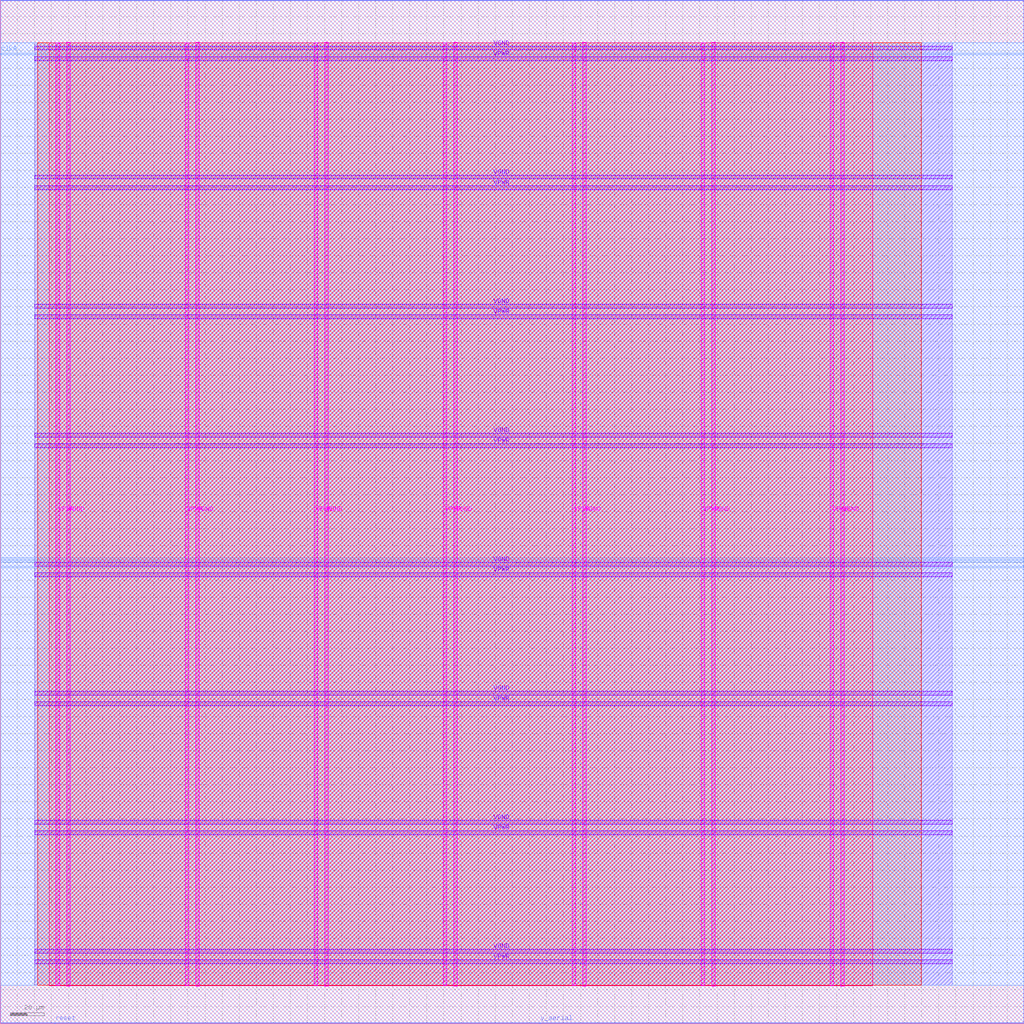
<source format=lef>
VERSION 5.7 ;
  NOWIREEXTENSIONATPIN ON ;
  DIVIDERCHAR "/" ;
  BUSBITCHARS "[]" ;
MACRO top
  CLASS BLOCK ;
  FOREIGN top ;
  ORIGIN 0.000 0.000 ;
  SIZE 600.000 BY 600.000 ;
  PIN VGND
    DIRECTION INOUT ;
    USE GROUND ;
    PORT
      LAYER TopMetal1 ;
        RECT 38.860 22.050 41.060 575.190 ;
    END
    PORT
      LAYER TopMetal1 ;
        RECT 114.460 22.050 116.660 575.190 ;
    END
    PORT
      LAYER TopMetal1 ;
        RECT 190.060 22.050 192.260 575.190 ;
    END
    PORT
      LAYER TopMetal1 ;
        RECT 265.660 22.050 267.860 575.190 ;
    END
    PORT
      LAYER TopMetal1 ;
        RECT 341.260 22.050 343.460 575.190 ;
    END
    PORT
      LAYER TopMetal1 ;
        RECT 416.860 22.050 419.060 575.190 ;
    END
    PORT
      LAYER TopMetal1 ;
        RECT 492.460 22.050 494.660 575.190 ;
    END
    PORT
      LAYER TopMetal2 ;
        RECT 20.160 41.380 557.760 43.580 ;
    END
    PORT
      LAYER TopMetal2 ;
        RECT 20.160 116.980 557.760 119.180 ;
    END
    PORT
      LAYER TopMetal2 ;
        RECT 20.160 192.580 557.760 194.780 ;
    END
    PORT
      LAYER TopMetal2 ;
        RECT 20.160 268.180 557.760 270.380 ;
    END
    PORT
      LAYER TopMetal2 ;
        RECT 20.160 343.780 557.760 345.980 ;
    END
    PORT
      LAYER TopMetal2 ;
        RECT 20.160 419.380 557.760 421.580 ;
    END
    PORT
      LAYER TopMetal2 ;
        RECT 20.160 494.980 557.760 497.180 ;
    END
    PORT
      LAYER TopMetal2 ;
        RECT 20.160 570.580 557.760 572.780 ;
    END
  END VGND
  PIN VPWR
    DIRECTION INOUT ;
    USE POWER ;
    PORT
      LAYER TopMetal1 ;
        RECT 32.660 22.460 34.860 574.780 ;
    END
    PORT
      LAYER TopMetal1 ;
        RECT 108.260 22.460 110.460 574.780 ;
    END
    PORT
      LAYER TopMetal1 ;
        RECT 183.860 22.460 186.060 574.780 ;
    END
    PORT
      LAYER TopMetal1 ;
        RECT 259.460 22.460 261.660 574.780 ;
    END
    PORT
      LAYER TopMetal1 ;
        RECT 335.060 22.460 337.260 574.780 ;
    END
    PORT
      LAYER TopMetal1 ;
        RECT 410.660 22.460 412.860 574.780 ;
    END
    PORT
      LAYER TopMetal1 ;
        RECT 486.260 22.460 488.460 574.780 ;
    END
    PORT
      LAYER TopMetal2 ;
        RECT 20.160 35.180 557.760 37.380 ;
    END
    PORT
      LAYER TopMetal2 ;
        RECT 20.160 110.780 557.760 112.980 ;
    END
    PORT
      LAYER TopMetal2 ;
        RECT 20.160 186.380 557.760 188.580 ;
    END
    PORT
      LAYER TopMetal2 ;
        RECT 20.160 261.980 557.760 264.180 ;
    END
    PORT
      LAYER TopMetal2 ;
        RECT 20.160 337.580 557.760 339.780 ;
    END
    PORT
      LAYER TopMetal2 ;
        RECT 20.160 413.180 557.760 415.380 ;
    END
    PORT
      LAYER TopMetal2 ;
        RECT 20.160 488.780 557.760 490.980 ;
    END
    PORT
      LAYER TopMetal2 ;
        RECT 20.160 564.380 557.760 566.580 ;
    END
  END VPWR
  PIN clkA
    DIRECTION INPUT ;
    USE SIGNAL ;
    ANTENNAGATEAREA 1.450800 ;
    PORT
      LAYER Metal3 ;
        RECT 0.000 568.060 0.400 568.460 ;
    END
  END clkA
  PIN reset
    DIRECTION INPUT ;
    USE SIGNAL ;
    ANTENNAGATEAREA 0.180700 ;
    PORT
      LAYER Metal2 ;
        RECT 31.960 0.000 32.360 0.400 ;
    END
  END reset
  PIN spi_miso
    DIRECTION OUTPUT ;
    USE SIGNAL ;
    ANTENNADIFFAREA 0.706800 ;
    PORT
      LAYER Metal3 ;
        RECT 599.600 270.700 600.000 271.100 ;
    END
  END spi_miso
  PIN spi_mosi
    DIRECTION INPUT ;
    USE SIGNAL ;
    ANTENNAGATEAREA 0.180700 ;
    PORT
      LAYER Metal2 ;
        RECT 361.240 599.600 361.640 600.000 ;
    END
  END spi_mosi
  PIN spi_sclk
    DIRECTION INPUT ;
    USE SIGNAL ;
    ANTENNAGATEAREA 1.450800 ;
    PORT
      LAYER Metal3 ;
        RECT 599.600 267.340 600.000 267.740 ;
    END
  END spi_sclk
  PIN spi_ss_n
    DIRECTION INPUT ;
    USE SIGNAL ;
    ANTENNAGATEAREA 0.180700 ;
    PORT
      LAYER Metal3 ;
        RECT 599.600 272.380 600.000 272.780 ;
    END
  END spi_ss_n
  PIN x_serial
    DIRECTION INPUT ;
    USE SIGNAL ;
    ANTENNAGATEAREA 0.180700 ;
    PORT
      LAYER Metal2 ;
        RECT 358.360 599.600 358.760 600.000 ;
    END
  END x_serial
  PIN y_serial
    DIRECTION OUTPUT ;
    USE SIGNAL ;
    ANTENNADIFFAREA 0.708600 ;
    PORT
      LAYER Metal2 ;
        RECT 316.120 0.000 316.520 0.400 ;
    END
  END y_serial
  OBS
      LAYER GatPoly ;
        RECT 20.160 22.530 557.760 574.710 ;
      LAYER Metal1 ;
        RECT 20.160 22.460 557.760 574.780 ;
      LAYER Metal2 ;
        RECT 0.375 599.390 358.150 599.600 ;
        RECT 358.970 599.390 361.030 599.600 ;
        RECT 361.850 599.390 599.625 599.600 ;
        RECT 0.375 0.610 599.625 599.390 ;
        RECT 0.375 0.400 31.750 0.610 ;
        RECT 32.570 0.400 315.910 0.610 ;
        RECT 316.730 0.400 599.625 0.610 ;
      LAYER Metal3 ;
        RECT 0.335 568.670 599.665 574.660 ;
        RECT 0.610 567.850 599.665 568.670 ;
        RECT 0.335 272.990 599.665 567.850 ;
        RECT 0.335 272.170 599.390 272.990 ;
        RECT 0.335 271.310 599.665 272.170 ;
        RECT 0.335 270.490 599.390 271.310 ;
        RECT 0.335 267.950 599.665 270.490 ;
        RECT 0.335 267.130 599.390 267.950 ;
        RECT 0.335 22.580 599.665 267.130 ;
      LAYER Metal4 ;
        RECT 21.980 22.535 539.620 574.705 ;
      LAYER Metal5 ;
        RECT 28.655 22.370 511.345 574.870 ;
  END
END top
END LIBRARY


</source>
